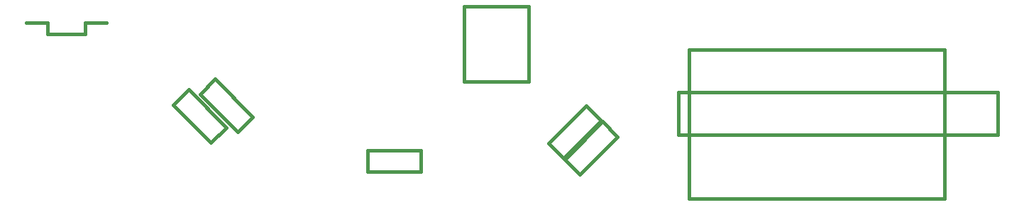
<source format=gbr>
%TF.GenerationSoftware,KiCad,Pcbnew,(6.0.5)*%
%TF.CreationDate,2022-05-23T22:21:51-06:00*%
%TF.ProjectId,ErgoDOX,4572676f-444f-4582-9e6b-696361645f70,rev?*%
%TF.SameCoordinates,Original*%
%TF.FileFunction,Other,Comment*%
%FSLAX46Y46*%
G04 Gerber Fmt 4.6, Leading zero omitted, Abs format (unit mm)*
G04 Created by KiCad (PCBNEW (6.0.5)) date 2022-05-23 22:21:51*
%MOMM*%
%LPD*%
G01*
G04 APERTURE LIST*
%ADD10C,0.381000*%
G04 APERTURE END LIST*
D10*
%TO.C,RC1*%
X122237500Y-48260000D02*
X122237500Y-45720000D01*
X128587500Y-48260000D02*
X122237500Y-48260000D01*
X128587500Y-45720000D02*
X128587500Y-48260000D01*
X122237500Y-45720000D02*
X128587500Y-45720000D01*
%TO.C,RA1*%
X145764410Y-46749538D02*
X150254538Y-42259410D01*
X152050590Y-44055462D02*
X147560462Y-48545590D01*
X150254538Y-42259410D02*
X152050590Y-44055462D01*
X147560462Y-48545590D02*
X145764410Y-46749538D01*
%TO.C,RB1*%
X143859410Y-44844538D02*
X148349538Y-40354410D01*
X145655462Y-46640590D02*
X143859410Y-44844538D01*
X150145590Y-42150462D02*
X145655462Y-46640590D01*
X148349538Y-40354410D02*
X150145590Y-42150462D01*
%TO.C,R1*%
X108553090Y-41669538D02*
X106757038Y-43465590D01*
X104062962Y-37179410D02*
X108553090Y-41669538D01*
X102266910Y-38975462D02*
X104062962Y-37179410D01*
X106757038Y-43465590D02*
X102266910Y-38975462D01*
%TO.C,J2*%
X84061300Y-31775400D02*
X84061300Y-30480000D01*
X81508600Y-30480000D02*
X84061300Y-30480000D01*
X88557100Y-31775400D02*
X84061300Y-31775400D01*
X88557100Y-30480000D02*
X88557100Y-31775400D01*
X88557100Y-30480000D02*
X91109800Y-30480000D01*
%TO.C,R2*%
X100887962Y-38449410D02*
X105378090Y-42939538D01*
X103582038Y-44735590D02*
X99091910Y-40245462D01*
X99091910Y-40245462D02*
X100887962Y-38449410D01*
X105378090Y-42939538D02*
X103582038Y-44735590D01*
%TO.C,J1*%
X141493240Y-28481020D02*
X141493240Y-37480240D01*
X133791960Y-37480240D02*
X133791960Y-28481020D01*
X141493240Y-37480240D02*
X133791960Y-37480240D01*
X133791960Y-28481020D02*
X141493240Y-28481020D01*
%TO.C,U1*%
X160655000Y-33655000D02*
X160655000Y-51435000D01*
X160655000Y-51435000D02*
X191135000Y-51435000D01*
X191135000Y-33655000D02*
X160655000Y-33655000D01*
X191135000Y-51435000D02*
X191135000Y-33655000D01*
%TO.C,U2*%
X159385000Y-43815000D02*
X197485000Y-43815000D01*
X197485000Y-38735000D02*
X159385000Y-38735000D01*
X159385000Y-38735000D02*
X159385000Y-43815000D01*
X197485000Y-43815000D02*
X197485000Y-38735000D01*
%TD*%
M02*

</source>
